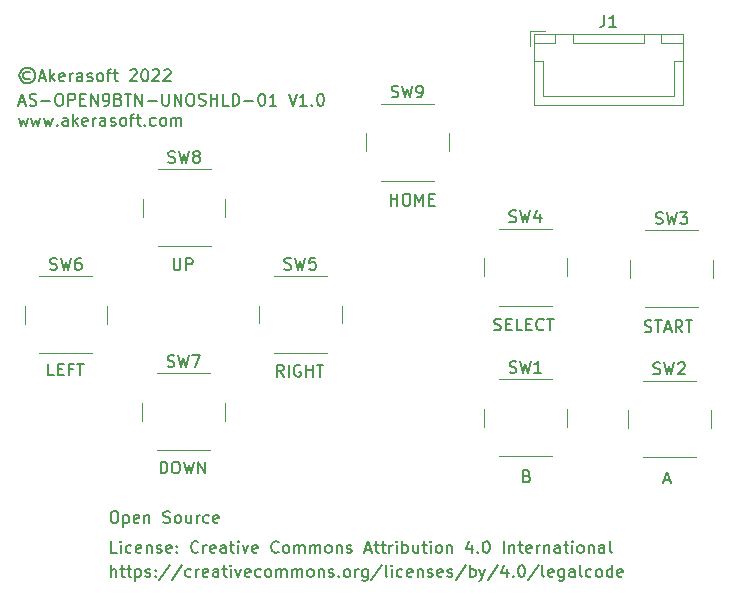
<source format=gbr>
%TF.GenerationSoftware,KiCad,Pcbnew,(6.0.6)*%
%TF.CreationDate,2022-11-26T23:59:24-08:00*%
%TF.ProjectId,AS-OPEN9BTN-UNOSHLD-01,41532d4f-5045-44e3-9942-544e2d554e4f,rev?*%
%TF.SameCoordinates,Original*%
%TF.FileFunction,Legend,Top*%
%TF.FilePolarity,Positive*%
%FSLAX46Y46*%
G04 Gerber Fmt 4.6, Leading zero omitted, Abs format (unit mm)*
G04 Created by KiCad (PCBNEW (6.0.6)) date 2022-11-26 23:59:24*
%MOMM*%
%LPD*%
G01*
G04 APERTURE LIST*
%ADD10C,0.150000*%
%ADD11C,0.120000*%
G04 APERTURE END LIST*
D10*
X71166266Y-81478380D02*
X71166266Y-80478380D01*
X71166266Y-80954571D02*
X71737695Y-80954571D01*
X71737695Y-81478380D02*
X71737695Y-80478380D01*
X72404361Y-80478380D02*
X72594838Y-80478380D01*
X72690076Y-80526000D01*
X72785314Y-80621238D01*
X72832933Y-80811714D01*
X72832933Y-81145047D01*
X72785314Y-81335523D01*
X72690076Y-81430761D01*
X72594838Y-81478380D01*
X72404361Y-81478380D01*
X72309123Y-81430761D01*
X72213885Y-81335523D01*
X72166266Y-81145047D01*
X72166266Y-80811714D01*
X72213885Y-80621238D01*
X72309123Y-80526000D01*
X72404361Y-80478380D01*
X73261504Y-81478380D02*
X73261504Y-80478380D01*
X73594838Y-81192666D01*
X73928171Y-80478380D01*
X73928171Y-81478380D01*
X74404361Y-80954571D02*
X74737695Y-80954571D01*
X74880552Y-81478380D02*
X74404361Y-81478380D01*
X74404361Y-80478380D01*
X74880552Y-80478380D01*
X92664209Y-92149561D02*
X92807066Y-92197180D01*
X93045161Y-92197180D01*
X93140400Y-92149561D01*
X93188019Y-92101942D01*
X93235638Y-92006704D01*
X93235638Y-91911466D01*
X93188019Y-91816228D01*
X93140400Y-91768609D01*
X93045161Y-91720990D01*
X92854685Y-91673371D01*
X92759447Y-91625752D01*
X92711828Y-91578133D01*
X92664209Y-91482895D01*
X92664209Y-91387657D01*
X92711828Y-91292419D01*
X92759447Y-91244800D01*
X92854685Y-91197180D01*
X93092780Y-91197180D01*
X93235638Y-91244800D01*
X93521352Y-91197180D02*
X94092780Y-91197180D01*
X93807066Y-92197180D02*
X93807066Y-91197180D01*
X94378495Y-91911466D02*
X94854685Y-91911466D01*
X94283257Y-92197180D02*
X94616590Y-91197180D01*
X94949923Y-92197180D01*
X95854685Y-92197180D02*
X95521352Y-91720990D01*
X95283257Y-92197180D02*
X95283257Y-91197180D01*
X95664209Y-91197180D01*
X95759447Y-91244800D01*
X95807066Y-91292419D01*
X95854685Y-91387657D01*
X95854685Y-91530514D01*
X95807066Y-91625752D01*
X95759447Y-91673371D01*
X95664209Y-91720990D01*
X95283257Y-91720990D01*
X96140400Y-91197180D02*
X96711828Y-91197180D01*
X96426114Y-92197180D02*
X96426114Y-91197180D01*
X79921409Y-91997161D02*
X80064266Y-92044780D01*
X80302361Y-92044780D01*
X80397600Y-91997161D01*
X80445219Y-91949542D01*
X80492838Y-91854304D01*
X80492838Y-91759066D01*
X80445219Y-91663828D01*
X80397600Y-91616209D01*
X80302361Y-91568590D01*
X80111885Y-91520971D01*
X80016647Y-91473352D01*
X79969028Y-91425733D01*
X79921409Y-91330495D01*
X79921409Y-91235257D01*
X79969028Y-91140019D01*
X80016647Y-91092400D01*
X80111885Y-91044780D01*
X80349980Y-91044780D01*
X80492838Y-91092400D01*
X80921409Y-91520971D02*
X81254742Y-91520971D01*
X81397600Y-92044780D02*
X80921409Y-92044780D01*
X80921409Y-91044780D01*
X81397600Y-91044780D01*
X82302361Y-92044780D02*
X81826171Y-92044780D01*
X81826171Y-91044780D01*
X82635695Y-91520971D02*
X82969028Y-91520971D01*
X83111885Y-92044780D02*
X82635695Y-92044780D01*
X82635695Y-91044780D01*
X83111885Y-91044780D01*
X84111885Y-91949542D02*
X84064266Y-91997161D01*
X83921409Y-92044780D01*
X83826171Y-92044780D01*
X83683314Y-91997161D01*
X83588076Y-91901923D01*
X83540457Y-91806685D01*
X83492838Y-91616209D01*
X83492838Y-91473352D01*
X83540457Y-91282876D01*
X83588076Y-91187638D01*
X83683314Y-91092400D01*
X83826171Y-91044780D01*
X83921409Y-91044780D01*
X84064266Y-91092400D01*
X84111885Y-91140019D01*
X84397600Y-91044780D02*
X84969028Y-91044780D01*
X84683314Y-92044780D02*
X84683314Y-91044780D01*
X94351504Y-104713066D02*
X94827695Y-104713066D01*
X94256266Y-104998780D02*
X94589600Y-103998780D01*
X94922933Y-104998780D01*
X82697628Y-104373371D02*
X82840485Y-104420990D01*
X82888104Y-104468609D01*
X82935723Y-104563847D01*
X82935723Y-104706704D01*
X82888104Y-104801942D01*
X82840485Y-104849561D01*
X82745247Y-104897180D01*
X82364295Y-104897180D01*
X82364295Y-103897180D01*
X82697628Y-103897180D01*
X82792866Y-103944800D01*
X82840485Y-103992419D01*
X82888104Y-104087657D01*
X82888104Y-104182895D01*
X82840485Y-104278133D01*
X82792866Y-104325752D01*
X82697628Y-104373371D01*
X82364295Y-104373371D01*
X42659419Y-95854780D02*
X42183228Y-95854780D01*
X42183228Y-94854780D01*
X42992752Y-95330971D02*
X43326085Y-95330971D01*
X43468942Y-95854780D02*
X42992752Y-95854780D01*
X42992752Y-94854780D01*
X43468942Y-94854780D01*
X44230847Y-95330971D02*
X43897514Y-95330971D01*
X43897514Y-95854780D02*
X43897514Y-94854780D01*
X44373704Y-94854780D01*
X44611800Y-94854780D02*
X45183228Y-94854780D01*
X44897514Y-95854780D02*
X44897514Y-94854780D01*
X51687647Y-104160580D02*
X51687647Y-103160580D01*
X51925742Y-103160580D01*
X52068600Y-103208200D01*
X52163838Y-103303438D01*
X52211457Y-103398676D01*
X52259076Y-103589152D01*
X52259076Y-103732009D01*
X52211457Y-103922485D01*
X52163838Y-104017723D01*
X52068600Y-104112961D01*
X51925742Y-104160580D01*
X51687647Y-104160580D01*
X52878123Y-103160580D02*
X53068600Y-103160580D01*
X53163838Y-103208200D01*
X53259076Y-103303438D01*
X53306695Y-103493914D01*
X53306695Y-103827247D01*
X53259076Y-104017723D01*
X53163838Y-104112961D01*
X53068600Y-104160580D01*
X52878123Y-104160580D01*
X52782885Y-104112961D01*
X52687647Y-104017723D01*
X52640028Y-103827247D01*
X52640028Y-103493914D01*
X52687647Y-103303438D01*
X52782885Y-103208200D01*
X52878123Y-103160580D01*
X53640028Y-103160580D02*
X53878123Y-104160580D01*
X54068600Y-103446295D01*
X54259076Y-104160580D01*
X54497171Y-103160580D01*
X54878123Y-104160580D02*
X54878123Y-103160580D01*
X55449552Y-104160580D01*
X55449552Y-103160580D01*
X62090466Y-95956380D02*
X61757133Y-95480190D01*
X61519038Y-95956380D02*
X61519038Y-94956380D01*
X61899990Y-94956380D01*
X61995228Y-95004000D01*
X62042847Y-95051619D01*
X62090466Y-95146857D01*
X62090466Y-95289714D01*
X62042847Y-95384952D01*
X61995228Y-95432571D01*
X61899990Y-95480190D01*
X61519038Y-95480190D01*
X62519038Y-95956380D02*
X62519038Y-94956380D01*
X63519038Y-95004000D02*
X63423800Y-94956380D01*
X63280942Y-94956380D01*
X63138085Y-95004000D01*
X63042847Y-95099238D01*
X62995228Y-95194476D01*
X62947609Y-95384952D01*
X62947609Y-95527809D01*
X62995228Y-95718285D01*
X63042847Y-95813523D01*
X63138085Y-95908761D01*
X63280942Y-95956380D01*
X63376180Y-95956380D01*
X63519038Y-95908761D01*
X63566657Y-95861142D01*
X63566657Y-95527809D01*
X63376180Y-95527809D01*
X63995228Y-95956380D02*
X63995228Y-94956380D01*
X63995228Y-95432571D02*
X64566657Y-95432571D01*
X64566657Y-95956380D02*
X64566657Y-94956380D01*
X64899990Y-94956380D02*
X65471419Y-94956380D01*
X65185704Y-95956380D02*
X65185704Y-94956380D01*
X52782885Y-85939380D02*
X52782885Y-86748904D01*
X52830504Y-86844142D01*
X52878123Y-86891761D01*
X52973361Y-86939380D01*
X53163838Y-86939380D01*
X53259076Y-86891761D01*
X53306695Y-86844142D01*
X53354314Y-86748904D01*
X53354314Y-85939380D01*
X53830504Y-86939380D02*
X53830504Y-85939380D01*
X54211457Y-85939380D01*
X54306695Y-85987000D01*
X54354314Y-86034619D01*
X54401933Y-86129857D01*
X54401933Y-86272714D01*
X54354314Y-86367952D01*
X54306695Y-86415571D01*
X54211457Y-86463190D01*
X53830504Y-86463190D01*
X39680428Y-74055314D02*
X39870904Y-74721980D01*
X40061380Y-74245790D01*
X40251857Y-74721980D01*
X40442333Y-74055314D01*
X40728047Y-74055314D02*
X40918523Y-74721980D01*
X41109000Y-74245790D01*
X41299476Y-74721980D01*
X41489952Y-74055314D01*
X41775666Y-74055314D02*
X41966142Y-74721980D01*
X42156619Y-74245790D01*
X42347095Y-74721980D01*
X42537571Y-74055314D01*
X42918523Y-74626742D02*
X42966142Y-74674361D01*
X42918523Y-74721980D01*
X42870904Y-74674361D01*
X42918523Y-74626742D01*
X42918523Y-74721980D01*
X43823285Y-74721980D02*
X43823285Y-74198171D01*
X43775666Y-74102933D01*
X43680428Y-74055314D01*
X43489952Y-74055314D01*
X43394714Y-74102933D01*
X43823285Y-74674361D02*
X43728047Y-74721980D01*
X43489952Y-74721980D01*
X43394714Y-74674361D01*
X43347095Y-74579123D01*
X43347095Y-74483885D01*
X43394714Y-74388647D01*
X43489952Y-74341028D01*
X43728047Y-74341028D01*
X43823285Y-74293409D01*
X44299476Y-74721980D02*
X44299476Y-73721980D01*
X44394714Y-74341028D02*
X44680428Y-74721980D01*
X44680428Y-74055314D02*
X44299476Y-74436266D01*
X45489952Y-74674361D02*
X45394714Y-74721980D01*
X45204238Y-74721980D01*
X45109000Y-74674361D01*
X45061380Y-74579123D01*
X45061380Y-74198171D01*
X45109000Y-74102933D01*
X45204238Y-74055314D01*
X45394714Y-74055314D01*
X45489952Y-74102933D01*
X45537571Y-74198171D01*
X45537571Y-74293409D01*
X45061380Y-74388647D01*
X45966142Y-74721980D02*
X45966142Y-74055314D01*
X45966142Y-74245790D02*
X46013761Y-74150552D01*
X46061380Y-74102933D01*
X46156619Y-74055314D01*
X46251857Y-74055314D01*
X47013761Y-74721980D02*
X47013761Y-74198171D01*
X46966142Y-74102933D01*
X46870904Y-74055314D01*
X46680428Y-74055314D01*
X46585190Y-74102933D01*
X47013761Y-74674361D02*
X46918523Y-74721980D01*
X46680428Y-74721980D01*
X46585190Y-74674361D01*
X46537571Y-74579123D01*
X46537571Y-74483885D01*
X46585190Y-74388647D01*
X46680428Y-74341028D01*
X46918523Y-74341028D01*
X47013761Y-74293409D01*
X47442333Y-74674361D02*
X47537571Y-74721980D01*
X47728047Y-74721980D01*
X47823285Y-74674361D01*
X47870904Y-74579123D01*
X47870904Y-74531504D01*
X47823285Y-74436266D01*
X47728047Y-74388647D01*
X47585190Y-74388647D01*
X47489952Y-74341028D01*
X47442333Y-74245790D01*
X47442333Y-74198171D01*
X47489952Y-74102933D01*
X47585190Y-74055314D01*
X47728047Y-74055314D01*
X47823285Y-74102933D01*
X48442333Y-74721980D02*
X48347095Y-74674361D01*
X48299476Y-74626742D01*
X48251857Y-74531504D01*
X48251857Y-74245790D01*
X48299476Y-74150552D01*
X48347095Y-74102933D01*
X48442333Y-74055314D01*
X48585190Y-74055314D01*
X48680428Y-74102933D01*
X48728047Y-74150552D01*
X48775666Y-74245790D01*
X48775666Y-74531504D01*
X48728047Y-74626742D01*
X48680428Y-74674361D01*
X48585190Y-74721980D01*
X48442333Y-74721980D01*
X49061380Y-74055314D02*
X49442333Y-74055314D01*
X49204238Y-74721980D02*
X49204238Y-73864838D01*
X49251857Y-73769600D01*
X49347095Y-73721980D01*
X49442333Y-73721980D01*
X49632809Y-74055314D02*
X50013761Y-74055314D01*
X49775666Y-73721980D02*
X49775666Y-74579123D01*
X49823285Y-74674361D01*
X49918523Y-74721980D01*
X50013761Y-74721980D01*
X50347095Y-74626742D02*
X50394714Y-74674361D01*
X50347095Y-74721980D01*
X50299476Y-74674361D01*
X50347095Y-74626742D01*
X50347095Y-74721980D01*
X51251857Y-74674361D02*
X51156619Y-74721980D01*
X50966142Y-74721980D01*
X50870904Y-74674361D01*
X50823285Y-74626742D01*
X50775666Y-74531504D01*
X50775666Y-74245790D01*
X50823285Y-74150552D01*
X50870904Y-74102933D01*
X50966142Y-74055314D01*
X51156619Y-74055314D01*
X51251857Y-74102933D01*
X51823285Y-74721980D02*
X51728047Y-74674361D01*
X51680428Y-74626742D01*
X51632809Y-74531504D01*
X51632809Y-74245790D01*
X51680428Y-74150552D01*
X51728047Y-74102933D01*
X51823285Y-74055314D01*
X51966142Y-74055314D01*
X52061380Y-74102933D01*
X52108999Y-74150552D01*
X52156619Y-74245790D01*
X52156619Y-74531504D01*
X52108999Y-74626742D01*
X52061380Y-74674361D01*
X51966142Y-74721980D01*
X51823285Y-74721980D01*
X52585190Y-74721980D02*
X52585190Y-74055314D01*
X52585190Y-74150552D02*
X52632809Y-74102933D01*
X52728047Y-74055314D01*
X52870904Y-74055314D01*
X52966142Y-74102933D01*
X53013761Y-74198171D01*
X53013761Y-74721980D01*
X53013761Y-74198171D02*
X53061380Y-74102933D01*
X53156619Y-74055314D01*
X53299476Y-74055314D01*
X53394714Y-74102933D01*
X53442333Y-74198171D01*
X53442333Y-74721980D01*
X47487942Y-112923580D02*
X47487942Y-111923580D01*
X47916514Y-112923580D02*
X47916514Y-112399771D01*
X47868895Y-112304533D01*
X47773657Y-112256914D01*
X47630800Y-112256914D01*
X47535561Y-112304533D01*
X47487942Y-112352152D01*
X48249847Y-112256914D02*
X48630800Y-112256914D01*
X48392704Y-111923580D02*
X48392704Y-112780723D01*
X48440323Y-112875961D01*
X48535561Y-112923580D01*
X48630800Y-112923580D01*
X48821276Y-112256914D02*
X49202228Y-112256914D01*
X48964133Y-111923580D02*
X48964133Y-112780723D01*
X49011752Y-112875961D01*
X49106990Y-112923580D01*
X49202228Y-112923580D01*
X49535561Y-112256914D02*
X49535561Y-113256914D01*
X49535561Y-112304533D02*
X49630800Y-112256914D01*
X49821276Y-112256914D01*
X49916514Y-112304533D01*
X49964133Y-112352152D01*
X50011752Y-112447390D01*
X50011752Y-112733104D01*
X49964133Y-112828342D01*
X49916514Y-112875961D01*
X49821276Y-112923580D01*
X49630800Y-112923580D01*
X49535561Y-112875961D01*
X50392704Y-112875961D02*
X50487942Y-112923580D01*
X50678419Y-112923580D01*
X50773657Y-112875961D01*
X50821276Y-112780723D01*
X50821276Y-112733104D01*
X50773657Y-112637866D01*
X50678419Y-112590247D01*
X50535561Y-112590247D01*
X50440323Y-112542628D01*
X50392704Y-112447390D01*
X50392704Y-112399771D01*
X50440323Y-112304533D01*
X50535561Y-112256914D01*
X50678419Y-112256914D01*
X50773657Y-112304533D01*
X51249847Y-112828342D02*
X51297466Y-112875961D01*
X51249847Y-112923580D01*
X51202228Y-112875961D01*
X51249847Y-112828342D01*
X51249847Y-112923580D01*
X51249847Y-112304533D02*
X51297466Y-112352152D01*
X51249847Y-112399771D01*
X51202228Y-112352152D01*
X51249847Y-112304533D01*
X51249847Y-112399771D01*
X52440323Y-111875961D02*
X51583180Y-113161676D01*
X53487942Y-111875961D02*
X52630800Y-113161676D01*
X54249847Y-112875961D02*
X54154609Y-112923580D01*
X53964133Y-112923580D01*
X53868895Y-112875961D01*
X53821276Y-112828342D01*
X53773657Y-112733104D01*
X53773657Y-112447390D01*
X53821276Y-112352152D01*
X53868895Y-112304533D01*
X53964133Y-112256914D01*
X54154609Y-112256914D01*
X54249847Y-112304533D01*
X54678419Y-112923580D02*
X54678419Y-112256914D01*
X54678419Y-112447390D02*
X54726038Y-112352152D01*
X54773657Y-112304533D01*
X54868895Y-112256914D01*
X54964133Y-112256914D01*
X55678419Y-112875961D02*
X55583180Y-112923580D01*
X55392704Y-112923580D01*
X55297466Y-112875961D01*
X55249847Y-112780723D01*
X55249847Y-112399771D01*
X55297466Y-112304533D01*
X55392704Y-112256914D01*
X55583180Y-112256914D01*
X55678419Y-112304533D01*
X55726038Y-112399771D01*
X55726038Y-112495009D01*
X55249847Y-112590247D01*
X56583180Y-112923580D02*
X56583180Y-112399771D01*
X56535561Y-112304533D01*
X56440323Y-112256914D01*
X56249847Y-112256914D01*
X56154609Y-112304533D01*
X56583180Y-112875961D02*
X56487942Y-112923580D01*
X56249847Y-112923580D01*
X56154609Y-112875961D01*
X56106990Y-112780723D01*
X56106990Y-112685485D01*
X56154609Y-112590247D01*
X56249847Y-112542628D01*
X56487942Y-112542628D01*
X56583180Y-112495009D01*
X56916514Y-112256914D02*
X57297466Y-112256914D01*
X57059371Y-111923580D02*
X57059371Y-112780723D01*
X57106990Y-112875961D01*
X57202228Y-112923580D01*
X57297466Y-112923580D01*
X57630800Y-112923580D02*
X57630800Y-112256914D01*
X57630800Y-111923580D02*
X57583180Y-111971200D01*
X57630800Y-112018819D01*
X57678419Y-111971200D01*
X57630800Y-111923580D01*
X57630800Y-112018819D01*
X58011752Y-112256914D02*
X58249847Y-112923580D01*
X58487942Y-112256914D01*
X59249847Y-112875961D02*
X59154609Y-112923580D01*
X58964133Y-112923580D01*
X58868895Y-112875961D01*
X58821276Y-112780723D01*
X58821276Y-112399771D01*
X58868895Y-112304533D01*
X58964133Y-112256914D01*
X59154609Y-112256914D01*
X59249847Y-112304533D01*
X59297466Y-112399771D01*
X59297466Y-112495009D01*
X58821276Y-112590247D01*
X60154609Y-112875961D02*
X60059371Y-112923580D01*
X59868895Y-112923580D01*
X59773657Y-112875961D01*
X59726038Y-112828342D01*
X59678419Y-112733104D01*
X59678419Y-112447390D01*
X59726038Y-112352152D01*
X59773657Y-112304533D01*
X59868895Y-112256914D01*
X60059371Y-112256914D01*
X60154609Y-112304533D01*
X60726038Y-112923580D02*
X60630800Y-112875961D01*
X60583180Y-112828342D01*
X60535561Y-112733104D01*
X60535561Y-112447390D01*
X60583180Y-112352152D01*
X60630800Y-112304533D01*
X60726038Y-112256914D01*
X60868895Y-112256914D01*
X60964133Y-112304533D01*
X61011752Y-112352152D01*
X61059371Y-112447390D01*
X61059371Y-112733104D01*
X61011752Y-112828342D01*
X60964133Y-112875961D01*
X60868895Y-112923580D01*
X60726038Y-112923580D01*
X61487942Y-112923580D02*
X61487942Y-112256914D01*
X61487942Y-112352152D02*
X61535561Y-112304533D01*
X61630800Y-112256914D01*
X61773657Y-112256914D01*
X61868895Y-112304533D01*
X61916514Y-112399771D01*
X61916514Y-112923580D01*
X61916514Y-112399771D02*
X61964133Y-112304533D01*
X62059371Y-112256914D01*
X62202228Y-112256914D01*
X62297466Y-112304533D01*
X62345085Y-112399771D01*
X62345085Y-112923580D01*
X62821276Y-112923580D02*
X62821276Y-112256914D01*
X62821276Y-112352152D02*
X62868895Y-112304533D01*
X62964133Y-112256914D01*
X63106990Y-112256914D01*
X63202228Y-112304533D01*
X63249847Y-112399771D01*
X63249847Y-112923580D01*
X63249847Y-112399771D02*
X63297466Y-112304533D01*
X63392704Y-112256914D01*
X63535561Y-112256914D01*
X63630800Y-112304533D01*
X63678419Y-112399771D01*
X63678419Y-112923580D01*
X64297466Y-112923580D02*
X64202228Y-112875961D01*
X64154609Y-112828342D01*
X64106990Y-112733104D01*
X64106990Y-112447390D01*
X64154609Y-112352152D01*
X64202228Y-112304533D01*
X64297466Y-112256914D01*
X64440323Y-112256914D01*
X64535561Y-112304533D01*
X64583180Y-112352152D01*
X64630800Y-112447390D01*
X64630800Y-112733104D01*
X64583180Y-112828342D01*
X64535561Y-112875961D01*
X64440323Y-112923580D01*
X64297466Y-112923580D01*
X65059371Y-112256914D02*
X65059371Y-112923580D01*
X65059371Y-112352152D02*
X65106990Y-112304533D01*
X65202228Y-112256914D01*
X65345085Y-112256914D01*
X65440323Y-112304533D01*
X65487942Y-112399771D01*
X65487942Y-112923580D01*
X65916514Y-112875961D02*
X66011752Y-112923580D01*
X66202228Y-112923580D01*
X66297466Y-112875961D01*
X66345085Y-112780723D01*
X66345085Y-112733104D01*
X66297466Y-112637866D01*
X66202228Y-112590247D01*
X66059371Y-112590247D01*
X65964133Y-112542628D01*
X65916514Y-112447390D01*
X65916514Y-112399771D01*
X65964133Y-112304533D01*
X66059371Y-112256914D01*
X66202228Y-112256914D01*
X66297466Y-112304533D01*
X66773657Y-112828342D02*
X66821276Y-112875961D01*
X66773657Y-112923580D01*
X66726038Y-112875961D01*
X66773657Y-112828342D01*
X66773657Y-112923580D01*
X67392704Y-112923580D02*
X67297466Y-112875961D01*
X67249847Y-112828342D01*
X67202228Y-112733104D01*
X67202228Y-112447390D01*
X67249847Y-112352152D01*
X67297466Y-112304533D01*
X67392704Y-112256914D01*
X67535561Y-112256914D01*
X67630800Y-112304533D01*
X67678419Y-112352152D01*
X67726038Y-112447390D01*
X67726038Y-112733104D01*
X67678419Y-112828342D01*
X67630800Y-112875961D01*
X67535561Y-112923580D01*
X67392704Y-112923580D01*
X68154609Y-112923580D02*
X68154609Y-112256914D01*
X68154609Y-112447390D02*
X68202228Y-112352152D01*
X68249847Y-112304533D01*
X68345085Y-112256914D01*
X68440323Y-112256914D01*
X69202228Y-112256914D02*
X69202228Y-113066438D01*
X69154609Y-113161676D01*
X69106990Y-113209295D01*
X69011752Y-113256914D01*
X68868895Y-113256914D01*
X68773657Y-113209295D01*
X69202228Y-112875961D02*
X69106990Y-112923580D01*
X68916514Y-112923580D01*
X68821276Y-112875961D01*
X68773657Y-112828342D01*
X68726038Y-112733104D01*
X68726038Y-112447390D01*
X68773657Y-112352152D01*
X68821276Y-112304533D01*
X68916514Y-112256914D01*
X69106990Y-112256914D01*
X69202228Y-112304533D01*
X70392704Y-111875961D02*
X69535561Y-113161676D01*
X70868895Y-112923580D02*
X70773657Y-112875961D01*
X70726038Y-112780723D01*
X70726038Y-111923580D01*
X71249847Y-112923580D02*
X71249847Y-112256914D01*
X71249847Y-111923580D02*
X71202228Y-111971200D01*
X71249847Y-112018819D01*
X71297466Y-111971200D01*
X71249847Y-111923580D01*
X71249847Y-112018819D01*
X72154609Y-112875961D02*
X72059371Y-112923580D01*
X71868895Y-112923580D01*
X71773657Y-112875961D01*
X71726038Y-112828342D01*
X71678419Y-112733104D01*
X71678419Y-112447390D01*
X71726038Y-112352152D01*
X71773657Y-112304533D01*
X71868895Y-112256914D01*
X72059371Y-112256914D01*
X72154609Y-112304533D01*
X72964133Y-112875961D02*
X72868895Y-112923580D01*
X72678419Y-112923580D01*
X72583180Y-112875961D01*
X72535561Y-112780723D01*
X72535561Y-112399771D01*
X72583180Y-112304533D01*
X72678419Y-112256914D01*
X72868895Y-112256914D01*
X72964133Y-112304533D01*
X73011752Y-112399771D01*
X73011752Y-112495009D01*
X72535561Y-112590247D01*
X73440323Y-112256914D02*
X73440323Y-112923580D01*
X73440323Y-112352152D02*
X73487942Y-112304533D01*
X73583180Y-112256914D01*
X73726038Y-112256914D01*
X73821276Y-112304533D01*
X73868895Y-112399771D01*
X73868895Y-112923580D01*
X74297466Y-112875961D02*
X74392704Y-112923580D01*
X74583180Y-112923580D01*
X74678419Y-112875961D01*
X74726038Y-112780723D01*
X74726038Y-112733104D01*
X74678419Y-112637866D01*
X74583180Y-112590247D01*
X74440323Y-112590247D01*
X74345085Y-112542628D01*
X74297466Y-112447390D01*
X74297466Y-112399771D01*
X74345085Y-112304533D01*
X74440323Y-112256914D01*
X74583180Y-112256914D01*
X74678419Y-112304533D01*
X75535561Y-112875961D02*
X75440323Y-112923580D01*
X75249847Y-112923580D01*
X75154609Y-112875961D01*
X75106990Y-112780723D01*
X75106990Y-112399771D01*
X75154609Y-112304533D01*
X75249847Y-112256914D01*
X75440323Y-112256914D01*
X75535561Y-112304533D01*
X75583180Y-112399771D01*
X75583180Y-112495009D01*
X75106990Y-112590247D01*
X75964133Y-112875961D02*
X76059371Y-112923580D01*
X76249847Y-112923580D01*
X76345085Y-112875961D01*
X76392704Y-112780723D01*
X76392704Y-112733104D01*
X76345085Y-112637866D01*
X76249847Y-112590247D01*
X76106990Y-112590247D01*
X76011752Y-112542628D01*
X75964133Y-112447390D01*
X75964133Y-112399771D01*
X76011752Y-112304533D01*
X76106990Y-112256914D01*
X76249847Y-112256914D01*
X76345085Y-112304533D01*
X77535561Y-111875961D02*
X76678419Y-113161676D01*
X77868895Y-112923580D02*
X77868895Y-111923580D01*
X77868895Y-112304533D02*
X77964133Y-112256914D01*
X78154609Y-112256914D01*
X78249847Y-112304533D01*
X78297466Y-112352152D01*
X78345085Y-112447390D01*
X78345085Y-112733104D01*
X78297466Y-112828342D01*
X78249847Y-112875961D01*
X78154609Y-112923580D01*
X77964133Y-112923580D01*
X77868895Y-112875961D01*
X78678419Y-112256914D02*
X78916514Y-112923580D01*
X79154609Y-112256914D02*
X78916514Y-112923580D01*
X78821276Y-113161676D01*
X78773657Y-113209295D01*
X78678419Y-113256914D01*
X80249847Y-111875961D02*
X79392704Y-113161676D01*
X81011752Y-112256914D02*
X81011752Y-112923580D01*
X80773657Y-111875961D02*
X80535561Y-112590247D01*
X81154609Y-112590247D01*
X81535561Y-112828342D02*
X81583180Y-112875961D01*
X81535561Y-112923580D01*
X81487942Y-112875961D01*
X81535561Y-112828342D01*
X81535561Y-112923580D01*
X82202228Y-111923580D02*
X82297466Y-111923580D01*
X82392704Y-111971200D01*
X82440323Y-112018819D01*
X82487942Y-112114057D01*
X82535561Y-112304533D01*
X82535561Y-112542628D01*
X82487942Y-112733104D01*
X82440323Y-112828342D01*
X82392704Y-112875961D01*
X82297466Y-112923580D01*
X82202228Y-112923580D01*
X82106990Y-112875961D01*
X82059371Y-112828342D01*
X82011752Y-112733104D01*
X81964133Y-112542628D01*
X81964133Y-112304533D01*
X82011752Y-112114057D01*
X82059371Y-112018819D01*
X82106990Y-111971200D01*
X82202228Y-111923580D01*
X83678419Y-111875961D02*
X82821276Y-113161676D01*
X84154609Y-112923580D02*
X84059371Y-112875961D01*
X84011752Y-112780723D01*
X84011752Y-111923580D01*
X84916514Y-112875961D02*
X84821276Y-112923580D01*
X84630800Y-112923580D01*
X84535561Y-112875961D01*
X84487942Y-112780723D01*
X84487942Y-112399771D01*
X84535561Y-112304533D01*
X84630800Y-112256914D01*
X84821276Y-112256914D01*
X84916514Y-112304533D01*
X84964133Y-112399771D01*
X84964133Y-112495009D01*
X84487942Y-112590247D01*
X85821276Y-112256914D02*
X85821276Y-113066438D01*
X85773657Y-113161676D01*
X85726038Y-113209295D01*
X85630800Y-113256914D01*
X85487942Y-113256914D01*
X85392704Y-113209295D01*
X85821276Y-112875961D02*
X85726038Y-112923580D01*
X85535561Y-112923580D01*
X85440323Y-112875961D01*
X85392704Y-112828342D01*
X85345085Y-112733104D01*
X85345085Y-112447390D01*
X85392704Y-112352152D01*
X85440323Y-112304533D01*
X85535561Y-112256914D01*
X85726038Y-112256914D01*
X85821276Y-112304533D01*
X86726038Y-112923580D02*
X86726038Y-112399771D01*
X86678419Y-112304533D01*
X86583180Y-112256914D01*
X86392704Y-112256914D01*
X86297466Y-112304533D01*
X86726038Y-112875961D02*
X86630800Y-112923580D01*
X86392704Y-112923580D01*
X86297466Y-112875961D01*
X86249847Y-112780723D01*
X86249847Y-112685485D01*
X86297466Y-112590247D01*
X86392704Y-112542628D01*
X86630800Y-112542628D01*
X86726038Y-112495009D01*
X87345085Y-112923580D02*
X87249847Y-112875961D01*
X87202228Y-112780723D01*
X87202228Y-111923580D01*
X88154609Y-112875961D02*
X88059371Y-112923580D01*
X87868895Y-112923580D01*
X87773657Y-112875961D01*
X87726038Y-112828342D01*
X87678419Y-112733104D01*
X87678419Y-112447390D01*
X87726038Y-112352152D01*
X87773657Y-112304533D01*
X87868895Y-112256914D01*
X88059371Y-112256914D01*
X88154609Y-112304533D01*
X88726038Y-112923580D02*
X88630800Y-112875961D01*
X88583180Y-112828342D01*
X88535561Y-112733104D01*
X88535561Y-112447390D01*
X88583180Y-112352152D01*
X88630800Y-112304533D01*
X88726038Y-112256914D01*
X88868895Y-112256914D01*
X88964133Y-112304533D01*
X89011752Y-112352152D01*
X89059371Y-112447390D01*
X89059371Y-112733104D01*
X89011752Y-112828342D01*
X88964133Y-112875961D01*
X88868895Y-112923580D01*
X88726038Y-112923580D01*
X89916514Y-112923580D02*
X89916514Y-111923580D01*
X89916514Y-112875961D02*
X89821276Y-112923580D01*
X89630800Y-112923580D01*
X89535561Y-112875961D01*
X89487942Y-112828342D01*
X89440323Y-112733104D01*
X89440323Y-112447390D01*
X89487942Y-112352152D01*
X89535561Y-112304533D01*
X89630800Y-112256914D01*
X89821276Y-112256914D01*
X89916514Y-112304533D01*
X90773657Y-112875961D02*
X90678419Y-112923580D01*
X90487942Y-112923580D01*
X90392704Y-112875961D01*
X90345085Y-112780723D01*
X90345085Y-112399771D01*
X90392704Y-112304533D01*
X90487942Y-112256914D01*
X90678419Y-112256914D01*
X90773657Y-112304533D01*
X90821276Y-112399771D01*
X90821276Y-112495009D01*
X90345085Y-112590247D01*
X47964133Y-110891580D02*
X47487942Y-110891580D01*
X47487942Y-109891580D01*
X48297466Y-110891580D02*
X48297466Y-110224914D01*
X48297466Y-109891580D02*
X48249847Y-109939200D01*
X48297466Y-109986819D01*
X48345085Y-109939200D01*
X48297466Y-109891580D01*
X48297466Y-109986819D01*
X49202228Y-110843961D02*
X49106990Y-110891580D01*
X48916514Y-110891580D01*
X48821276Y-110843961D01*
X48773657Y-110796342D01*
X48726038Y-110701104D01*
X48726038Y-110415390D01*
X48773657Y-110320152D01*
X48821276Y-110272533D01*
X48916514Y-110224914D01*
X49106990Y-110224914D01*
X49202228Y-110272533D01*
X50011752Y-110843961D02*
X49916514Y-110891580D01*
X49726038Y-110891580D01*
X49630800Y-110843961D01*
X49583180Y-110748723D01*
X49583180Y-110367771D01*
X49630800Y-110272533D01*
X49726038Y-110224914D01*
X49916514Y-110224914D01*
X50011752Y-110272533D01*
X50059371Y-110367771D01*
X50059371Y-110463009D01*
X49583180Y-110558247D01*
X50487942Y-110224914D02*
X50487942Y-110891580D01*
X50487942Y-110320152D02*
X50535561Y-110272533D01*
X50630800Y-110224914D01*
X50773657Y-110224914D01*
X50868895Y-110272533D01*
X50916514Y-110367771D01*
X50916514Y-110891580D01*
X51345085Y-110843961D02*
X51440323Y-110891580D01*
X51630800Y-110891580D01*
X51726038Y-110843961D01*
X51773657Y-110748723D01*
X51773657Y-110701104D01*
X51726038Y-110605866D01*
X51630800Y-110558247D01*
X51487942Y-110558247D01*
X51392704Y-110510628D01*
X51345085Y-110415390D01*
X51345085Y-110367771D01*
X51392704Y-110272533D01*
X51487942Y-110224914D01*
X51630800Y-110224914D01*
X51726038Y-110272533D01*
X52583180Y-110843961D02*
X52487942Y-110891580D01*
X52297466Y-110891580D01*
X52202228Y-110843961D01*
X52154609Y-110748723D01*
X52154609Y-110367771D01*
X52202228Y-110272533D01*
X52297466Y-110224914D01*
X52487942Y-110224914D01*
X52583180Y-110272533D01*
X52630800Y-110367771D01*
X52630800Y-110463009D01*
X52154609Y-110558247D01*
X53059371Y-110796342D02*
X53106990Y-110843961D01*
X53059371Y-110891580D01*
X53011752Y-110843961D01*
X53059371Y-110796342D01*
X53059371Y-110891580D01*
X53059371Y-110272533D02*
X53106990Y-110320152D01*
X53059371Y-110367771D01*
X53011752Y-110320152D01*
X53059371Y-110272533D01*
X53059371Y-110367771D01*
X54868895Y-110796342D02*
X54821276Y-110843961D01*
X54678419Y-110891580D01*
X54583180Y-110891580D01*
X54440323Y-110843961D01*
X54345085Y-110748723D01*
X54297466Y-110653485D01*
X54249847Y-110463009D01*
X54249847Y-110320152D01*
X54297466Y-110129676D01*
X54345085Y-110034438D01*
X54440323Y-109939200D01*
X54583180Y-109891580D01*
X54678419Y-109891580D01*
X54821276Y-109939200D01*
X54868895Y-109986819D01*
X55297466Y-110891580D02*
X55297466Y-110224914D01*
X55297466Y-110415390D02*
X55345085Y-110320152D01*
X55392704Y-110272533D01*
X55487942Y-110224914D01*
X55583180Y-110224914D01*
X56297466Y-110843961D02*
X56202228Y-110891580D01*
X56011752Y-110891580D01*
X55916514Y-110843961D01*
X55868895Y-110748723D01*
X55868895Y-110367771D01*
X55916514Y-110272533D01*
X56011752Y-110224914D01*
X56202228Y-110224914D01*
X56297466Y-110272533D01*
X56345085Y-110367771D01*
X56345085Y-110463009D01*
X55868895Y-110558247D01*
X57202228Y-110891580D02*
X57202228Y-110367771D01*
X57154609Y-110272533D01*
X57059371Y-110224914D01*
X56868895Y-110224914D01*
X56773657Y-110272533D01*
X57202228Y-110843961D02*
X57106990Y-110891580D01*
X56868895Y-110891580D01*
X56773657Y-110843961D01*
X56726038Y-110748723D01*
X56726038Y-110653485D01*
X56773657Y-110558247D01*
X56868895Y-110510628D01*
X57106990Y-110510628D01*
X57202228Y-110463009D01*
X57535561Y-110224914D02*
X57916514Y-110224914D01*
X57678419Y-109891580D02*
X57678419Y-110748723D01*
X57726038Y-110843961D01*
X57821276Y-110891580D01*
X57916514Y-110891580D01*
X58249847Y-110891580D02*
X58249847Y-110224914D01*
X58249847Y-109891580D02*
X58202228Y-109939200D01*
X58249847Y-109986819D01*
X58297466Y-109939200D01*
X58249847Y-109891580D01*
X58249847Y-109986819D01*
X58630800Y-110224914D02*
X58868895Y-110891580D01*
X59106990Y-110224914D01*
X59868895Y-110843961D02*
X59773657Y-110891580D01*
X59583180Y-110891580D01*
X59487942Y-110843961D01*
X59440323Y-110748723D01*
X59440323Y-110367771D01*
X59487942Y-110272533D01*
X59583180Y-110224914D01*
X59773657Y-110224914D01*
X59868895Y-110272533D01*
X59916514Y-110367771D01*
X59916514Y-110463009D01*
X59440323Y-110558247D01*
X61678419Y-110796342D02*
X61630800Y-110843961D01*
X61487942Y-110891580D01*
X61392704Y-110891580D01*
X61249847Y-110843961D01*
X61154609Y-110748723D01*
X61106990Y-110653485D01*
X61059371Y-110463009D01*
X61059371Y-110320152D01*
X61106990Y-110129676D01*
X61154609Y-110034438D01*
X61249847Y-109939200D01*
X61392704Y-109891580D01*
X61487942Y-109891580D01*
X61630800Y-109939200D01*
X61678419Y-109986819D01*
X62249847Y-110891580D02*
X62154609Y-110843961D01*
X62106990Y-110796342D01*
X62059371Y-110701104D01*
X62059371Y-110415390D01*
X62106990Y-110320152D01*
X62154609Y-110272533D01*
X62249847Y-110224914D01*
X62392704Y-110224914D01*
X62487942Y-110272533D01*
X62535561Y-110320152D01*
X62583180Y-110415390D01*
X62583180Y-110701104D01*
X62535561Y-110796342D01*
X62487942Y-110843961D01*
X62392704Y-110891580D01*
X62249847Y-110891580D01*
X63011752Y-110891580D02*
X63011752Y-110224914D01*
X63011752Y-110320152D02*
X63059371Y-110272533D01*
X63154609Y-110224914D01*
X63297466Y-110224914D01*
X63392704Y-110272533D01*
X63440323Y-110367771D01*
X63440323Y-110891580D01*
X63440323Y-110367771D02*
X63487942Y-110272533D01*
X63583180Y-110224914D01*
X63726038Y-110224914D01*
X63821276Y-110272533D01*
X63868895Y-110367771D01*
X63868895Y-110891580D01*
X64345085Y-110891580D02*
X64345085Y-110224914D01*
X64345085Y-110320152D02*
X64392704Y-110272533D01*
X64487942Y-110224914D01*
X64630800Y-110224914D01*
X64726038Y-110272533D01*
X64773657Y-110367771D01*
X64773657Y-110891580D01*
X64773657Y-110367771D02*
X64821276Y-110272533D01*
X64916514Y-110224914D01*
X65059371Y-110224914D01*
X65154609Y-110272533D01*
X65202228Y-110367771D01*
X65202228Y-110891580D01*
X65821276Y-110891580D02*
X65726038Y-110843961D01*
X65678419Y-110796342D01*
X65630800Y-110701104D01*
X65630800Y-110415390D01*
X65678419Y-110320152D01*
X65726038Y-110272533D01*
X65821276Y-110224914D01*
X65964133Y-110224914D01*
X66059371Y-110272533D01*
X66106990Y-110320152D01*
X66154609Y-110415390D01*
X66154609Y-110701104D01*
X66106990Y-110796342D01*
X66059371Y-110843961D01*
X65964133Y-110891580D01*
X65821276Y-110891580D01*
X66583180Y-110224914D02*
X66583180Y-110891580D01*
X66583180Y-110320152D02*
X66630800Y-110272533D01*
X66726038Y-110224914D01*
X66868895Y-110224914D01*
X66964133Y-110272533D01*
X67011752Y-110367771D01*
X67011752Y-110891580D01*
X67440323Y-110843961D02*
X67535561Y-110891580D01*
X67726038Y-110891580D01*
X67821276Y-110843961D01*
X67868895Y-110748723D01*
X67868895Y-110701104D01*
X67821276Y-110605866D01*
X67726038Y-110558247D01*
X67583180Y-110558247D01*
X67487942Y-110510628D01*
X67440323Y-110415390D01*
X67440323Y-110367771D01*
X67487942Y-110272533D01*
X67583180Y-110224914D01*
X67726038Y-110224914D01*
X67821276Y-110272533D01*
X69011752Y-110605866D02*
X69487942Y-110605866D01*
X68916514Y-110891580D02*
X69249847Y-109891580D01*
X69583180Y-110891580D01*
X69773657Y-110224914D02*
X70154609Y-110224914D01*
X69916514Y-109891580D02*
X69916514Y-110748723D01*
X69964133Y-110843961D01*
X70059371Y-110891580D01*
X70154609Y-110891580D01*
X70345085Y-110224914D02*
X70726038Y-110224914D01*
X70487942Y-109891580D02*
X70487942Y-110748723D01*
X70535561Y-110843961D01*
X70630800Y-110891580D01*
X70726038Y-110891580D01*
X71059371Y-110891580D02*
X71059371Y-110224914D01*
X71059371Y-110415390D02*
X71106990Y-110320152D01*
X71154609Y-110272533D01*
X71249847Y-110224914D01*
X71345085Y-110224914D01*
X71678419Y-110891580D02*
X71678419Y-110224914D01*
X71678419Y-109891580D02*
X71630800Y-109939200D01*
X71678419Y-109986819D01*
X71726038Y-109939200D01*
X71678419Y-109891580D01*
X71678419Y-109986819D01*
X72154609Y-110891580D02*
X72154609Y-109891580D01*
X72154609Y-110272533D02*
X72249847Y-110224914D01*
X72440323Y-110224914D01*
X72535561Y-110272533D01*
X72583180Y-110320152D01*
X72630800Y-110415390D01*
X72630800Y-110701104D01*
X72583180Y-110796342D01*
X72535561Y-110843961D01*
X72440323Y-110891580D01*
X72249847Y-110891580D01*
X72154609Y-110843961D01*
X73487942Y-110224914D02*
X73487942Y-110891580D01*
X73059371Y-110224914D02*
X73059371Y-110748723D01*
X73106990Y-110843961D01*
X73202228Y-110891580D01*
X73345085Y-110891580D01*
X73440323Y-110843961D01*
X73487942Y-110796342D01*
X73821276Y-110224914D02*
X74202228Y-110224914D01*
X73964133Y-109891580D02*
X73964133Y-110748723D01*
X74011752Y-110843961D01*
X74106990Y-110891580D01*
X74202228Y-110891580D01*
X74535561Y-110891580D02*
X74535561Y-110224914D01*
X74535561Y-109891580D02*
X74487942Y-109939200D01*
X74535561Y-109986819D01*
X74583180Y-109939200D01*
X74535561Y-109891580D01*
X74535561Y-109986819D01*
X75154609Y-110891580D02*
X75059371Y-110843961D01*
X75011752Y-110796342D01*
X74964133Y-110701104D01*
X74964133Y-110415390D01*
X75011752Y-110320152D01*
X75059371Y-110272533D01*
X75154609Y-110224914D01*
X75297466Y-110224914D01*
X75392704Y-110272533D01*
X75440323Y-110320152D01*
X75487942Y-110415390D01*
X75487942Y-110701104D01*
X75440323Y-110796342D01*
X75392704Y-110843961D01*
X75297466Y-110891580D01*
X75154609Y-110891580D01*
X75916514Y-110224914D02*
X75916514Y-110891580D01*
X75916514Y-110320152D02*
X75964133Y-110272533D01*
X76059371Y-110224914D01*
X76202228Y-110224914D01*
X76297466Y-110272533D01*
X76345085Y-110367771D01*
X76345085Y-110891580D01*
X78011752Y-110224914D02*
X78011752Y-110891580D01*
X77773657Y-109843961D02*
X77535561Y-110558247D01*
X78154609Y-110558247D01*
X78535561Y-110796342D02*
X78583180Y-110843961D01*
X78535561Y-110891580D01*
X78487942Y-110843961D01*
X78535561Y-110796342D01*
X78535561Y-110891580D01*
X79202228Y-109891580D02*
X79297466Y-109891580D01*
X79392704Y-109939200D01*
X79440323Y-109986819D01*
X79487942Y-110082057D01*
X79535561Y-110272533D01*
X79535561Y-110510628D01*
X79487942Y-110701104D01*
X79440323Y-110796342D01*
X79392704Y-110843961D01*
X79297466Y-110891580D01*
X79202228Y-110891580D01*
X79106990Y-110843961D01*
X79059371Y-110796342D01*
X79011752Y-110701104D01*
X78964133Y-110510628D01*
X78964133Y-110272533D01*
X79011752Y-110082057D01*
X79059371Y-109986819D01*
X79106990Y-109939200D01*
X79202228Y-109891580D01*
X80726038Y-110891580D02*
X80726038Y-109891580D01*
X81202228Y-110224914D02*
X81202228Y-110891580D01*
X81202228Y-110320152D02*
X81249847Y-110272533D01*
X81345085Y-110224914D01*
X81487942Y-110224914D01*
X81583180Y-110272533D01*
X81630799Y-110367771D01*
X81630799Y-110891580D01*
X81964133Y-110224914D02*
X82345085Y-110224914D01*
X82106990Y-109891580D02*
X82106990Y-110748723D01*
X82154609Y-110843961D01*
X82249847Y-110891580D01*
X82345085Y-110891580D01*
X83059371Y-110843961D02*
X82964133Y-110891580D01*
X82773657Y-110891580D01*
X82678419Y-110843961D01*
X82630800Y-110748723D01*
X82630800Y-110367771D01*
X82678419Y-110272533D01*
X82773657Y-110224914D01*
X82964133Y-110224914D01*
X83059371Y-110272533D01*
X83106990Y-110367771D01*
X83106990Y-110463009D01*
X82630800Y-110558247D01*
X83535561Y-110891580D02*
X83535561Y-110224914D01*
X83535561Y-110415390D02*
X83583180Y-110320152D01*
X83630800Y-110272533D01*
X83726038Y-110224914D01*
X83821276Y-110224914D01*
X84154609Y-110224914D02*
X84154609Y-110891580D01*
X84154609Y-110320152D02*
X84202228Y-110272533D01*
X84297466Y-110224914D01*
X84440323Y-110224914D01*
X84535561Y-110272533D01*
X84583180Y-110367771D01*
X84583180Y-110891580D01*
X85487942Y-110891580D02*
X85487942Y-110367771D01*
X85440323Y-110272533D01*
X85345085Y-110224914D01*
X85154609Y-110224914D01*
X85059371Y-110272533D01*
X85487942Y-110843961D02*
X85392704Y-110891580D01*
X85154609Y-110891580D01*
X85059371Y-110843961D01*
X85011752Y-110748723D01*
X85011752Y-110653485D01*
X85059371Y-110558247D01*
X85154609Y-110510628D01*
X85392704Y-110510628D01*
X85487942Y-110463009D01*
X85821276Y-110224914D02*
X86202228Y-110224914D01*
X85964133Y-109891580D02*
X85964133Y-110748723D01*
X86011752Y-110843961D01*
X86106990Y-110891580D01*
X86202228Y-110891580D01*
X86535561Y-110891580D02*
X86535561Y-110224914D01*
X86535561Y-109891580D02*
X86487942Y-109939200D01*
X86535561Y-109986819D01*
X86583180Y-109939200D01*
X86535561Y-109891580D01*
X86535561Y-109986819D01*
X87154609Y-110891580D02*
X87059371Y-110843961D01*
X87011752Y-110796342D01*
X86964133Y-110701104D01*
X86964133Y-110415390D01*
X87011752Y-110320152D01*
X87059371Y-110272533D01*
X87154609Y-110224914D01*
X87297466Y-110224914D01*
X87392704Y-110272533D01*
X87440323Y-110320152D01*
X87487942Y-110415390D01*
X87487942Y-110701104D01*
X87440323Y-110796342D01*
X87392704Y-110843961D01*
X87297466Y-110891580D01*
X87154609Y-110891580D01*
X87916514Y-110224914D02*
X87916514Y-110891580D01*
X87916514Y-110320152D02*
X87964133Y-110272533D01*
X88059371Y-110224914D01*
X88202228Y-110224914D01*
X88297466Y-110272533D01*
X88345085Y-110367771D01*
X88345085Y-110891580D01*
X89249847Y-110891580D02*
X89249847Y-110367771D01*
X89202228Y-110272533D01*
X89106990Y-110224914D01*
X88916514Y-110224914D01*
X88821276Y-110272533D01*
X89249847Y-110843961D02*
X89154609Y-110891580D01*
X88916514Y-110891580D01*
X88821276Y-110843961D01*
X88773657Y-110748723D01*
X88773657Y-110653485D01*
X88821276Y-110558247D01*
X88916514Y-110510628D01*
X89154609Y-110510628D01*
X89249847Y-110463009D01*
X89868895Y-110891580D02*
X89773657Y-110843961D01*
X89726038Y-110748723D01*
X89726038Y-109891580D01*
X47678419Y-107351580D02*
X47868895Y-107351580D01*
X47964133Y-107399200D01*
X48059371Y-107494438D01*
X48106990Y-107684914D01*
X48106990Y-108018247D01*
X48059371Y-108208723D01*
X47964133Y-108303961D01*
X47868895Y-108351580D01*
X47678419Y-108351580D01*
X47583181Y-108303961D01*
X47487942Y-108208723D01*
X47440323Y-108018247D01*
X47440323Y-107684914D01*
X47487942Y-107494438D01*
X47583181Y-107399200D01*
X47678419Y-107351580D01*
X48535562Y-107684914D02*
X48535562Y-108684914D01*
X48535562Y-107732533D02*
X48630800Y-107684914D01*
X48821276Y-107684914D01*
X48916514Y-107732533D01*
X48964133Y-107780152D01*
X49011752Y-107875390D01*
X49011752Y-108161104D01*
X48964133Y-108256342D01*
X48916514Y-108303961D01*
X48821276Y-108351580D01*
X48630800Y-108351580D01*
X48535562Y-108303961D01*
X49821276Y-108303961D02*
X49726038Y-108351580D01*
X49535562Y-108351580D01*
X49440323Y-108303961D01*
X49392704Y-108208723D01*
X49392704Y-107827771D01*
X49440323Y-107732533D01*
X49535562Y-107684914D01*
X49726038Y-107684914D01*
X49821276Y-107732533D01*
X49868895Y-107827771D01*
X49868895Y-107923009D01*
X49392704Y-108018247D01*
X50297466Y-107684914D02*
X50297466Y-108351580D01*
X50297466Y-107780152D02*
X50345085Y-107732533D01*
X50440323Y-107684914D01*
X50583181Y-107684914D01*
X50678419Y-107732533D01*
X50726038Y-107827771D01*
X50726038Y-108351580D01*
X51916514Y-108303961D02*
X52059371Y-108351580D01*
X52297466Y-108351580D01*
X52392704Y-108303961D01*
X52440323Y-108256342D01*
X52487942Y-108161104D01*
X52487942Y-108065866D01*
X52440323Y-107970628D01*
X52392704Y-107923009D01*
X52297466Y-107875390D01*
X52106990Y-107827771D01*
X52011752Y-107780152D01*
X51964133Y-107732533D01*
X51916514Y-107637295D01*
X51916514Y-107542057D01*
X51964133Y-107446819D01*
X52011752Y-107399200D01*
X52106990Y-107351580D01*
X52345085Y-107351580D01*
X52487942Y-107399200D01*
X53059371Y-108351580D02*
X52964133Y-108303961D01*
X52916514Y-108256342D01*
X52868895Y-108161104D01*
X52868895Y-107875390D01*
X52916514Y-107780152D01*
X52964133Y-107732533D01*
X53059371Y-107684914D01*
X53202228Y-107684914D01*
X53297466Y-107732533D01*
X53345085Y-107780152D01*
X53392704Y-107875390D01*
X53392704Y-108161104D01*
X53345085Y-108256342D01*
X53297466Y-108303961D01*
X53202228Y-108351580D01*
X53059371Y-108351580D01*
X54249847Y-107684914D02*
X54249847Y-108351580D01*
X53821276Y-107684914D02*
X53821276Y-108208723D01*
X53868895Y-108303961D01*
X53964133Y-108351580D01*
X54106990Y-108351580D01*
X54202228Y-108303961D01*
X54249847Y-108256342D01*
X54726038Y-108351580D02*
X54726038Y-107684914D01*
X54726038Y-107875390D02*
X54773657Y-107780152D01*
X54821276Y-107732533D01*
X54916514Y-107684914D01*
X55011752Y-107684914D01*
X55773657Y-108303961D02*
X55678419Y-108351580D01*
X55487942Y-108351580D01*
X55392704Y-108303961D01*
X55345085Y-108256342D01*
X55297466Y-108161104D01*
X55297466Y-107875390D01*
X55345085Y-107780152D01*
X55392704Y-107732533D01*
X55487942Y-107684914D01*
X55678419Y-107684914D01*
X55773657Y-107732533D01*
X56583181Y-108303961D02*
X56487942Y-108351580D01*
X56297466Y-108351580D01*
X56202228Y-108303961D01*
X56154609Y-108208723D01*
X56154609Y-107827771D01*
X56202228Y-107732533D01*
X56297466Y-107684914D01*
X56487942Y-107684914D01*
X56583181Y-107732533D01*
X56630800Y-107827771D01*
X56630800Y-107923009D01*
X56154609Y-108018247D01*
X40585190Y-70175476D02*
X40489952Y-70127857D01*
X40299476Y-70127857D01*
X40204238Y-70175476D01*
X40109000Y-70270714D01*
X40061381Y-70365952D01*
X40061381Y-70556428D01*
X40109000Y-70651666D01*
X40204238Y-70746904D01*
X40299476Y-70794523D01*
X40489952Y-70794523D01*
X40585190Y-70746904D01*
X40394714Y-69794523D02*
X40156619Y-69842142D01*
X39918524Y-69985000D01*
X39775667Y-70223095D01*
X39728048Y-70461190D01*
X39775667Y-70699285D01*
X39918524Y-70937380D01*
X40156619Y-71080238D01*
X40394714Y-71127857D01*
X40632810Y-71080238D01*
X40870905Y-70937380D01*
X41013762Y-70699285D01*
X41061381Y-70461190D01*
X41013762Y-70223095D01*
X40870905Y-69985000D01*
X40632810Y-69842142D01*
X40394714Y-69794523D01*
X41442333Y-70651666D02*
X41918524Y-70651666D01*
X41347095Y-70937380D02*
X41680429Y-69937380D01*
X42013762Y-70937380D01*
X42347095Y-70937380D02*
X42347095Y-69937380D01*
X42442333Y-70556428D02*
X42728048Y-70937380D01*
X42728048Y-70270714D02*
X42347095Y-70651666D01*
X43537571Y-70889761D02*
X43442333Y-70937380D01*
X43251857Y-70937380D01*
X43156619Y-70889761D01*
X43109000Y-70794523D01*
X43109000Y-70413571D01*
X43156619Y-70318333D01*
X43251857Y-70270714D01*
X43442333Y-70270714D01*
X43537571Y-70318333D01*
X43585190Y-70413571D01*
X43585190Y-70508809D01*
X43109000Y-70604047D01*
X44013762Y-70937380D02*
X44013762Y-70270714D01*
X44013762Y-70461190D02*
X44061381Y-70365952D01*
X44109000Y-70318333D01*
X44204238Y-70270714D01*
X44299476Y-70270714D01*
X45061381Y-70937380D02*
X45061381Y-70413571D01*
X45013762Y-70318333D01*
X44918524Y-70270714D01*
X44728048Y-70270714D01*
X44632810Y-70318333D01*
X45061381Y-70889761D02*
X44966143Y-70937380D01*
X44728048Y-70937380D01*
X44632810Y-70889761D01*
X44585190Y-70794523D01*
X44585190Y-70699285D01*
X44632810Y-70604047D01*
X44728048Y-70556428D01*
X44966143Y-70556428D01*
X45061381Y-70508809D01*
X45489952Y-70889761D02*
X45585190Y-70937380D01*
X45775667Y-70937380D01*
X45870905Y-70889761D01*
X45918524Y-70794523D01*
X45918524Y-70746904D01*
X45870905Y-70651666D01*
X45775667Y-70604047D01*
X45632810Y-70604047D01*
X45537571Y-70556428D01*
X45489952Y-70461190D01*
X45489952Y-70413571D01*
X45537571Y-70318333D01*
X45632810Y-70270714D01*
X45775667Y-70270714D01*
X45870905Y-70318333D01*
X46489952Y-70937380D02*
X46394714Y-70889761D01*
X46347095Y-70842142D01*
X46299476Y-70746904D01*
X46299476Y-70461190D01*
X46347095Y-70365952D01*
X46394714Y-70318333D01*
X46489952Y-70270714D01*
X46632810Y-70270714D01*
X46728048Y-70318333D01*
X46775667Y-70365952D01*
X46823286Y-70461190D01*
X46823286Y-70746904D01*
X46775667Y-70842142D01*
X46728048Y-70889761D01*
X46632810Y-70937380D01*
X46489952Y-70937380D01*
X47109000Y-70270714D02*
X47489952Y-70270714D01*
X47251857Y-70937380D02*
X47251857Y-70080238D01*
X47299476Y-69985000D01*
X47394714Y-69937380D01*
X47489952Y-69937380D01*
X47680429Y-70270714D02*
X48061381Y-70270714D01*
X47823286Y-69937380D02*
X47823286Y-70794523D01*
X47870905Y-70889761D01*
X47966143Y-70937380D01*
X48061381Y-70937380D01*
X49109000Y-70032619D02*
X49156619Y-69985000D01*
X49251857Y-69937380D01*
X49489952Y-69937380D01*
X49585190Y-69985000D01*
X49632810Y-70032619D01*
X49680429Y-70127857D01*
X49680429Y-70223095D01*
X49632810Y-70365952D01*
X49061381Y-70937380D01*
X49680429Y-70937380D01*
X50299476Y-69937380D02*
X50394714Y-69937380D01*
X50489952Y-69985000D01*
X50537571Y-70032619D01*
X50585190Y-70127857D01*
X50632810Y-70318333D01*
X50632810Y-70556428D01*
X50585190Y-70746904D01*
X50537571Y-70842142D01*
X50489952Y-70889761D01*
X50394714Y-70937380D01*
X50299476Y-70937380D01*
X50204238Y-70889761D01*
X50156619Y-70842142D01*
X50109000Y-70746904D01*
X50061381Y-70556428D01*
X50061381Y-70318333D01*
X50109000Y-70127857D01*
X50156619Y-70032619D01*
X50204238Y-69985000D01*
X50299476Y-69937380D01*
X51013762Y-70032619D02*
X51061381Y-69985000D01*
X51156619Y-69937380D01*
X51394714Y-69937380D01*
X51489952Y-69985000D01*
X51537571Y-70032619D01*
X51585190Y-70127857D01*
X51585190Y-70223095D01*
X51537571Y-70365952D01*
X50966143Y-70937380D01*
X51585190Y-70937380D01*
X51966143Y-70032619D02*
X52013762Y-69985000D01*
X52109000Y-69937380D01*
X52347095Y-69937380D01*
X52442333Y-69985000D01*
X52489952Y-70032619D01*
X52537571Y-70127857D01*
X52537571Y-70223095D01*
X52489952Y-70365952D01*
X51918524Y-70937380D01*
X52537571Y-70937380D01*
X39728047Y-72734466D02*
X40204238Y-72734466D01*
X39632809Y-73020180D02*
X39966142Y-72020180D01*
X40299476Y-73020180D01*
X40585190Y-72972561D02*
X40728047Y-73020180D01*
X40966142Y-73020180D01*
X41061380Y-72972561D01*
X41109000Y-72924942D01*
X41156619Y-72829704D01*
X41156619Y-72734466D01*
X41109000Y-72639228D01*
X41061380Y-72591609D01*
X40966142Y-72543990D01*
X40775666Y-72496371D01*
X40680428Y-72448752D01*
X40632809Y-72401133D01*
X40585190Y-72305895D01*
X40585190Y-72210657D01*
X40632809Y-72115419D01*
X40680428Y-72067800D01*
X40775666Y-72020180D01*
X41013761Y-72020180D01*
X41156619Y-72067800D01*
X41585190Y-72639228D02*
X42347095Y-72639228D01*
X43013761Y-72020180D02*
X43204238Y-72020180D01*
X43299476Y-72067800D01*
X43394714Y-72163038D01*
X43442333Y-72353514D01*
X43442333Y-72686847D01*
X43394714Y-72877323D01*
X43299476Y-72972561D01*
X43204238Y-73020180D01*
X43013761Y-73020180D01*
X42918523Y-72972561D01*
X42823285Y-72877323D01*
X42775666Y-72686847D01*
X42775666Y-72353514D01*
X42823285Y-72163038D01*
X42918523Y-72067800D01*
X43013761Y-72020180D01*
X43870904Y-73020180D02*
X43870904Y-72020180D01*
X44251857Y-72020180D01*
X44347095Y-72067800D01*
X44394714Y-72115419D01*
X44442333Y-72210657D01*
X44442333Y-72353514D01*
X44394714Y-72448752D01*
X44347095Y-72496371D01*
X44251857Y-72543990D01*
X43870904Y-72543990D01*
X44870904Y-72496371D02*
X45204238Y-72496371D01*
X45347095Y-73020180D02*
X44870904Y-73020180D01*
X44870904Y-72020180D01*
X45347095Y-72020180D01*
X45775666Y-73020180D02*
X45775666Y-72020180D01*
X46347095Y-73020180D01*
X46347095Y-72020180D01*
X46870904Y-73020180D02*
X47061380Y-73020180D01*
X47156619Y-72972561D01*
X47204238Y-72924942D01*
X47299476Y-72782085D01*
X47347095Y-72591609D01*
X47347095Y-72210657D01*
X47299476Y-72115419D01*
X47251857Y-72067800D01*
X47156619Y-72020180D01*
X46966142Y-72020180D01*
X46870904Y-72067800D01*
X46823285Y-72115419D01*
X46775666Y-72210657D01*
X46775666Y-72448752D01*
X46823285Y-72543990D01*
X46870904Y-72591609D01*
X46966142Y-72639228D01*
X47156619Y-72639228D01*
X47251857Y-72591609D01*
X47299476Y-72543990D01*
X47347095Y-72448752D01*
X48109000Y-72496371D02*
X48251857Y-72543990D01*
X48299476Y-72591609D01*
X48347095Y-72686847D01*
X48347095Y-72829704D01*
X48299476Y-72924942D01*
X48251857Y-72972561D01*
X48156619Y-73020180D01*
X47775666Y-73020180D01*
X47775666Y-72020180D01*
X48109000Y-72020180D01*
X48204238Y-72067800D01*
X48251857Y-72115419D01*
X48299476Y-72210657D01*
X48299476Y-72305895D01*
X48251857Y-72401133D01*
X48204238Y-72448752D01*
X48109000Y-72496371D01*
X47775666Y-72496371D01*
X48632809Y-72020180D02*
X49204238Y-72020180D01*
X48918523Y-73020180D02*
X48918523Y-72020180D01*
X49537571Y-73020180D02*
X49537571Y-72020180D01*
X50109000Y-73020180D01*
X50109000Y-72020180D01*
X50585190Y-72639228D02*
X51347095Y-72639228D01*
X51823285Y-72020180D02*
X51823285Y-72829704D01*
X51870904Y-72924942D01*
X51918523Y-72972561D01*
X52013761Y-73020180D01*
X52204238Y-73020180D01*
X52299476Y-72972561D01*
X52347095Y-72924942D01*
X52394714Y-72829704D01*
X52394714Y-72020180D01*
X52870904Y-73020180D02*
X52870904Y-72020180D01*
X53442333Y-73020180D01*
X53442333Y-72020180D01*
X54109000Y-72020180D02*
X54299476Y-72020180D01*
X54394714Y-72067800D01*
X54489952Y-72163038D01*
X54537571Y-72353514D01*
X54537571Y-72686847D01*
X54489952Y-72877323D01*
X54394714Y-72972561D01*
X54299476Y-73020180D01*
X54109000Y-73020180D01*
X54013761Y-72972561D01*
X53918523Y-72877323D01*
X53870904Y-72686847D01*
X53870904Y-72353514D01*
X53918523Y-72163038D01*
X54013761Y-72067800D01*
X54109000Y-72020180D01*
X54918523Y-72972561D02*
X55061380Y-73020180D01*
X55299476Y-73020180D01*
X55394714Y-72972561D01*
X55442333Y-72924942D01*
X55489952Y-72829704D01*
X55489952Y-72734466D01*
X55442333Y-72639228D01*
X55394714Y-72591609D01*
X55299476Y-72543990D01*
X55109000Y-72496371D01*
X55013761Y-72448752D01*
X54966142Y-72401133D01*
X54918523Y-72305895D01*
X54918523Y-72210657D01*
X54966142Y-72115419D01*
X55013761Y-72067800D01*
X55109000Y-72020180D01*
X55347095Y-72020180D01*
X55489952Y-72067800D01*
X55918523Y-73020180D02*
X55918523Y-72020180D01*
X55918523Y-72496371D02*
X56489952Y-72496371D01*
X56489952Y-73020180D02*
X56489952Y-72020180D01*
X57442333Y-73020180D02*
X56966142Y-73020180D01*
X56966142Y-72020180D01*
X57775666Y-73020180D02*
X57775666Y-72020180D01*
X58013761Y-72020180D01*
X58156619Y-72067800D01*
X58251857Y-72163038D01*
X58299476Y-72258276D01*
X58347095Y-72448752D01*
X58347095Y-72591609D01*
X58299476Y-72782085D01*
X58251857Y-72877323D01*
X58156619Y-72972561D01*
X58013761Y-73020180D01*
X57775666Y-73020180D01*
X58775666Y-72639228D02*
X59537571Y-72639228D01*
X60204238Y-72020180D02*
X60299476Y-72020180D01*
X60394714Y-72067800D01*
X60442333Y-72115419D01*
X60489952Y-72210657D01*
X60537571Y-72401133D01*
X60537571Y-72639228D01*
X60489952Y-72829704D01*
X60442333Y-72924942D01*
X60394714Y-72972561D01*
X60299476Y-73020180D01*
X60204238Y-73020180D01*
X60109000Y-72972561D01*
X60061380Y-72924942D01*
X60013761Y-72829704D01*
X59966142Y-72639228D01*
X59966142Y-72401133D01*
X60013761Y-72210657D01*
X60061380Y-72115419D01*
X60109000Y-72067800D01*
X60204238Y-72020180D01*
X61489952Y-73020180D02*
X60918523Y-73020180D01*
X61204238Y-73020180D02*
X61204238Y-72020180D01*
X61109000Y-72163038D01*
X61013761Y-72258276D01*
X60918523Y-72305895D01*
X62537571Y-72020180D02*
X62870904Y-73020180D01*
X63204238Y-72020180D01*
X64061380Y-73020180D02*
X63489952Y-73020180D01*
X63775666Y-73020180D02*
X63775666Y-72020180D01*
X63680428Y-72163038D01*
X63585190Y-72258276D01*
X63489952Y-72305895D01*
X64489952Y-72924942D02*
X64537571Y-72972561D01*
X64489952Y-73020180D01*
X64442333Y-72972561D01*
X64489952Y-72924942D01*
X64489952Y-73020180D01*
X65156619Y-72020180D02*
X65251857Y-72020180D01*
X65347095Y-72067800D01*
X65394714Y-72115419D01*
X65442333Y-72210657D01*
X65489952Y-72401133D01*
X65489952Y-72639228D01*
X65442333Y-72829704D01*
X65394714Y-72924942D01*
X65347095Y-72972561D01*
X65251857Y-73020180D01*
X65156619Y-73020180D01*
X65061380Y-72972561D01*
X65013761Y-72924942D01*
X64966142Y-72829704D01*
X64918523Y-72639228D01*
X64918523Y-72401133D01*
X64966142Y-72210657D01*
X65013761Y-72115419D01*
X65061380Y-72067800D01*
X65156619Y-72020180D01*
%TO.C,SW9*%
X71234466Y-72278561D02*
X71377323Y-72326180D01*
X71615419Y-72326180D01*
X71710657Y-72278561D01*
X71758276Y-72230942D01*
X71805895Y-72135704D01*
X71805895Y-72040466D01*
X71758276Y-71945228D01*
X71710657Y-71897609D01*
X71615419Y-71849990D01*
X71424942Y-71802371D01*
X71329704Y-71754752D01*
X71282085Y-71707133D01*
X71234466Y-71611895D01*
X71234466Y-71516657D01*
X71282085Y-71421419D01*
X71329704Y-71373800D01*
X71424942Y-71326180D01*
X71663038Y-71326180D01*
X71805895Y-71373800D01*
X72139228Y-71326180D02*
X72377323Y-72326180D01*
X72567800Y-71611895D01*
X72758276Y-72326180D01*
X72996371Y-71326180D01*
X73424942Y-72326180D02*
X73615419Y-72326180D01*
X73710657Y-72278561D01*
X73758276Y-72230942D01*
X73853514Y-72088085D01*
X73901133Y-71897609D01*
X73901133Y-71516657D01*
X73853514Y-71421419D01*
X73805895Y-71373800D01*
X73710657Y-71326180D01*
X73520180Y-71326180D01*
X73424942Y-71373800D01*
X73377323Y-71421419D01*
X73329704Y-71516657D01*
X73329704Y-71754752D01*
X73377323Y-71849990D01*
X73424942Y-71897609D01*
X73520180Y-71945228D01*
X73710657Y-71945228D01*
X73805895Y-71897609D01*
X73853514Y-71849990D01*
X73901133Y-71754752D01*
%TO.C,SW8*%
X52336866Y-77815761D02*
X52479723Y-77863380D01*
X52717819Y-77863380D01*
X52813057Y-77815761D01*
X52860676Y-77768142D01*
X52908295Y-77672904D01*
X52908295Y-77577666D01*
X52860676Y-77482428D01*
X52813057Y-77434809D01*
X52717819Y-77387190D01*
X52527342Y-77339571D01*
X52432104Y-77291952D01*
X52384485Y-77244333D01*
X52336866Y-77149095D01*
X52336866Y-77053857D01*
X52384485Y-76958619D01*
X52432104Y-76911000D01*
X52527342Y-76863380D01*
X52765438Y-76863380D01*
X52908295Y-76911000D01*
X53241628Y-76863380D02*
X53479723Y-77863380D01*
X53670200Y-77149095D01*
X53860676Y-77863380D01*
X54098771Y-76863380D01*
X54622580Y-77291952D02*
X54527342Y-77244333D01*
X54479723Y-77196714D01*
X54432104Y-77101476D01*
X54432104Y-77053857D01*
X54479723Y-76958619D01*
X54527342Y-76911000D01*
X54622580Y-76863380D01*
X54813057Y-76863380D01*
X54908295Y-76911000D01*
X54955914Y-76958619D01*
X55003533Y-77053857D01*
X55003533Y-77101476D01*
X54955914Y-77196714D01*
X54908295Y-77244333D01*
X54813057Y-77291952D01*
X54622580Y-77291952D01*
X54527342Y-77339571D01*
X54479723Y-77387190D01*
X54432104Y-77482428D01*
X54432104Y-77672904D01*
X54479723Y-77768142D01*
X54527342Y-77815761D01*
X54622580Y-77863380D01*
X54813057Y-77863380D01*
X54908295Y-77815761D01*
X54955914Y-77768142D01*
X55003533Y-77672904D01*
X55003533Y-77482428D01*
X54955914Y-77387190D01*
X54908295Y-77339571D01*
X54813057Y-77291952D01*
%TO.C,SW7*%
X52286066Y-95087761D02*
X52428923Y-95135380D01*
X52667019Y-95135380D01*
X52762257Y-95087761D01*
X52809876Y-95040142D01*
X52857495Y-94944904D01*
X52857495Y-94849666D01*
X52809876Y-94754428D01*
X52762257Y-94706809D01*
X52667019Y-94659190D01*
X52476542Y-94611571D01*
X52381304Y-94563952D01*
X52333685Y-94516333D01*
X52286066Y-94421095D01*
X52286066Y-94325857D01*
X52333685Y-94230619D01*
X52381304Y-94183000D01*
X52476542Y-94135380D01*
X52714638Y-94135380D01*
X52857495Y-94183000D01*
X53190828Y-94135380D02*
X53428923Y-95135380D01*
X53619400Y-94421095D01*
X53809876Y-95135380D01*
X54047971Y-94135380D01*
X54333685Y-94135380D02*
X55000352Y-94135380D01*
X54571780Y-95135380D01*
%TO.C,SW6*%
X42329266Y-86883561D02*
X42472123Y-86931180D01*
X42710219Y-86931180D01*
X42805457Y-86883561D01*
X42853076Y-86835942D01*
X42900695Y-86740704D01*
X42900695Y-86645466D01*
X42853076Y-86550228D01*
X42805457Y-86502609D01*
X42710219Y-86454990D01*
X42519742Y-86407371D01*
X42424504Y-86359752D01*
X42376885Y-86312133D01*
X42329266Y-86216895D01*
X42329266Y-86121657D01*
X42376885Y-86026419D01*
X42424504Y-85978800D01*
X42519742Y-85931180D01*
X42757838Y-85931180D01*
X42900695Y-85978800D01*
X43234028Y-85931180D02*
X43472123Y-86931180D01*
X43662600Y-86216895D01*
X43853076Y-86931180D01*
X44091171Y-85931180D01*
X44900695Y-85931180D02*
X44710219Y-85931180D01*
X44614980Y-85978800D01*
X44567361Y-86026419D01*
X44472123Y-86169276D01*
X44424504Y-86359752D01*
X44424504Y-86740704D01*
X44472123Y-86835942D01*
X44519742Y-86883561D01*
X44614980Y-86931180D01*
X44805457Y-86931180D01*
X44900695Y-86883561D01*
X44948314Y-86835942D01*
X44995933Y-86740704D01*
X44995933Y-86502609D01*
X44948314Y-86407371D01*
X44900695Y-86359752D01*
X44805457Y-86312133D01*
X44614980Y-86312133D01*
X44519742Y-86359752D01*
X44472123Y-86407371D01*
X44424504Y-86502609D01*
%TO.C,SW5*%
X62166666Y-86858161D02*
X62309523Y-86905780D01*
X62547619Y-86905780D01*
X62642857Y-86858161D01*
X62690476Y-86810542D01*
X62738095Y-86715304D01*
X62738095Y-86620066D01*
X62690476Y-86524828D01*
X62642857Y-86477209D01*
X62547619Y-86429590D01*
X62357142Y-86381971D01*
X62261904Y-86334352D01*
X62214285Y-86286733D01*
X62166666Y-86191495D01*
X62166666Y-86096257D01*
X62214285Y-86001019D01*
X62261904Y-85953400D01*
X62357142Y-85905780D01*
X62595238Y-85905780D01*
X62738095Y-85953400D01*
X63071428Y-85905780D02*
X63309523Y-86905780D01*
X63500000Y-86191495D01*
X63690476Y-86905780D01*
X63928571Y-85905780D01*
X64785714Y-85905780D02*
X64309523Y-85905780D01*
X64261904Y-86381971D01*
X64309523Y-86334352D01*
X64404761Y-86286733D01*
X64642857Y-86286733D01*
X64738095Y-86334352D01*
X64785714Y-86381971D01*
X64833333Y-86477209D01*
X64833333Y-86715304D01*
X64785714Y-86810542D01*
X64738095Y-86858161D01*
X64642857Y-86905780D01*
X64404761Y-86905780D01*
X64309523Y-86858161D01*
X64261904Y-86810542D01*
%TO.C,SW4*%
X81216666Y-82844961D02*
X81359523Y-82892580D01*
X81597619Y-82892580D01*
X81692857Y-82844961D01*
X81740476Y-82797342D01*
X81788095Y-82702104D01*
X81788095Y-82606866D01*
X81740476Y-82511628D01*
X81692857Y-82464009D01*
X81597619Y-82416390D01*
X81407142Y-82368771D01*
X81311904Y-82321152D01*
X81264285Y-82273533D01*
X81216666Y-82178295D01*
X81216666Y-82083057D01*
X81264285Y-81987819D01*
X81311904Y-81940200D01*
X81407142Y-81892580D01*
X81645238Y-81892580D01*
X81788095Y-81940200D01*
X82121428Y-81892580D02*
X82359523Y-82892580D01*
X82550000Y-82178295D01*
X82740476Y-82892580D01*
X82978571Y-81892580D01*
X83788095Y-82225914D02*
X83788095Y-82892580D01*
X83550000Y-81844961D02*
X83311904Y-82559247D01*
X83930952Y-82559247D01*
%TO.C,SW3*%
X93610666Y-82986761D02*
X93753523Y-83034380D01*
X93991619Y-83034380D01*
X94086857Y-82986761D01*
X94134476Y-82939142D01*
X94182095Y-82843904D01*
X94182095Y-82748666D01*
X94134476Y-82653428D01*
X94086857Y-82605809D01*
X93991619Y-82558190D01*
X93801142Y-82510571D01*
X93705904Y-82462952D01*
X93658285Y-82415333D01*
X93610666Y-82320095D01*
X93610666Y-82224857D01*
X93658285Y-82129619D01*
X93705904Y-82082000D01*
X93801142Y-82034380D01*
X94039238Y-82034380D01*
X94182095Y-82082000D01*
X94515428Y-82034380D02*
X94753523Y-83034380D01*
X94944000Y-82320095D01*
X95134476Y-83034380D01*
X95372571Y-82034380D01*
X95658285Y-82034380D02*
X96277333Y-82034380D01*
X95944000Y-82415333D01*
X96086857Y-82415333D01*
X96182095Y-82462952D01*
X96229714Y-82510571D01*
X96277333Y-82605809D01*
X96277333Y-82843904D01*
X96229714Y-82939142D01*
X96182095Y-82986761D01*
X96086857Y-83034380D01*
X95801142Y-83034380D01*
X95705904Y-82986761D01*
X95658285Y-82939142D01*
%TO.C,SW2*%
X93407466Y-95712161D02*
X93550323Y-95759780D01*
X93788419Y-95759780D01*
X93883657Y-95712161D01*
X93931276Y-95664542D01*
X93978895Y-95569304D01*
X93978895Y-95474066D01*
X93931276Y-95378828D01*
X93883657Y-95331209D01*
X93788419Y-95283590D01*
X93597942Y-95235971D01*
X93502704Y-95188352D01*
X93455085Y-95140733D01*
X93407466Y-95045495D01*
X93407466Y-94950257D01*
X93455085Y-94855019D01*
X93502704Y-94807400D01*
X93597942Y-94759780D01*
X93836038Y-94759780D01*
X93978895Y-94807400D01*
X94312228Y-94759780D02*
X94550323Y-95759780D01*
X94740800Y-95045495D01*
X94931276Y-95759780D01*
X95169371Y-94759780D01*
X95502704Y-94855019D02*
X95550323Y-94807400D01*
X95645561Y-94759780D01*
X95883657Y-94759780D01*
X95978895Y-94807400D01*
X96026514Y-94855019D01*
X96074133Y-94950257D01*
X96074133Y-95045495D01*
X96026514Y-95188352D01*
X95455085Y-95759780D01*
X96074133Y-95759780D01*
%TO.C,SW1*%
X81242066Y-95595761D02*
X81384923Y-95643380D01*
X81623019Y-95643380D01*
X81718257Y-95595761D01*
X81765876Y-95548142D01*
X81813495Y-95452904D01*
X81813495Y-95357666D01*
X81765876Y-95262428D01*
X81718257Y-95214809D01*
X81623019Y-95167190D01*
X81432542Y-95119571D01*
X81337304Y-95071952D01*
X81289685Y-95024333D01*
X81242066Y-94929095D01*
X81242066Y-94833857D01*
X81289685Y-94738619D01*
X81337304Y-94691000D01*
X81432542Y-94643380D01*
X81670638Y-94643380D01*
X81813495Y-94691000D01*
X82146828Y-94643380D02*
X82384923Y-95643380D01*
X82575400Y-94929095D01*
X82765876Y-95643380D01*
X83003971Y-94643380D01*
X83908733Y-95643380D02*
X83337304Y-95643380D01*
X83623019Y-95643380D02*
X83623019Y-94643380D01*
X83527780Y-94786238D01*
X83432542Y-94881476D01*
X83337304Y-94929095D01*
%TO.C,J1*%
X89252466Y-65328980D02*
X89252466Y-66043266D01*
X89204847Y-66186123D01*
X89109609Y-66281361D01*
X88966752Y-66328980D01*
X88871514Y-66328980D01*
X90252466Y-66328980D02*
X89681038Y-66328980D01*
X89966752Y-66328980D02*
X89966752Y-65328980D01*
X89871514Y-65471838D01*
X89776276Y-65567076D01*
X89681038Y-65614695D01*
D11*
%TO.C,SW9*%
X69067800Y-75373800D02*
X69067800Y-76873800D01*
X76067800Y-76873800D02*
X76067800Y-75373800D01*
X70317800Y-79373800D02*
X74817800Y-79373800D01*
X74817800Y-72873800D02*
X70317800Y-72873800D01*
%TO.C,SW8*%
X50170200Y-80911000D02*
X50170200Y-82411000D01*
X57170200Y-82411000D02*
X57170200Y-80911000D01*
X51420200Y-84911000D02*
X55920200Y-84911000D01*
X55920200Y-78411000D02*
X51420200Y-78411000D01*
%TO.C,SW7*%
X50119400Y-98183000D02*
X50119400Y-99683000D01*
X57119400Y-99683000D02*
X57119400Y-98183000D01*
X51369400Y-102183000D02*
X55869400Y-102183000D01*
X55869400Y-95683000D02*
X51369400Y-95683000D01*
%TO.C,SW6*%
X40162600Y-89978800D02*
X40162600Y-91478800D01*
X47162600Y-91478800D02*
X47162600Y-89978800D01*
X41412600Y-93978800D02*
X45912600Y-93978800D01*
X45912600Y-87478800D02*
X41412600Y-87478800D01*
%TO.C,SW5*%
X60000000Y-89953400D02*
X60000000Y-91453400D01*
X67000000Y-91453400D02*
X67000000Y-89953400D01*
X61250000Y-93953400D02*
X65750000Y-93953400D01*
X65750000Y-87453400D02*
X61250000Y-87453400D01*
%TO.C,SW4*%
X79050000Y-85940200D02*
X79050000Y-87440200D01*
X86050000Y-87440200D02*
X86050000Y-85940200D01*
X80300000Y-89940200D02*
X84800000Y-89940200D01*
X84800000Y-83440200D02*
X80300000Y-83440200D01*
%TO.C,SW3*%
X91444000Y-86082000D02*
X91444000Y-87582000D01*
X98444000Y-87582000D02*
X98444000Y-86082000D01*
X92694000Y-90082000D02*
X97194000Y-90082000D01*
X97194000Y-83582000D02*
X92694000Y-83582000D01*
%TO.C,SW2*%
X91240800Y-98807400D02*
X91240800Y-100307400D01*
X98240800Y-100307400D02*
X98240800Y-98807400D01*
X92490800Y-102807400D02*
X96990800Y-102807400D01*
X96990800Y-96307400D02*
X92490800Y-96307400D01*
%TO.C,SW1*%
X79075400Y-98691000D02*
X79075400Y-100191000D01*
X86075400Y-100191000D02*
X86075400Y-98691000D01*
X80325400Y-102691000D02*
X84825400Y-102691000D01*
X84825400Y-96191000D02*
X80325400Y-96191000D01*
%TO.C,J1*%
X95895800Y-66966600D02*
X83275800Y-66966600D01*
X95885800Y-69226600D02*
X95135800Y-69226600D01*
X95135800Y-72176600D02*
X89585800Y-72176600D01*
X83285800Y-69226600D02*
X84035800Y-69226600D01*
X83275800Y-72936600D02*
X95895800Y-72936600D01*
X83275800Y-66966600D02*
X83275800Y-72936600D01*
X95895800Y-72936600D02*
X95895800Y-66966600D01*
X94085800Y-67726600D02*
X95885800Y-67726600D01*
X92585800Y-67726600D02*
X92585800Y-66976600D01*
X84235800Y-66676600D02*
X82985800Y-66676600D01*
X95135800Y-69226600D02*
X95135800Y-72176600D01*
X85085800Y-67726600D02*
X85085800Y-66976600D01*
X82985800Y-66676600D02*
X82985800Y-67926600D01*
X83285800Y-66976600D02*
X83285800Y-67726600D01*
X95885800Y-66976600D02*
X94085800Y-66976600D01*
X83285800Y-67726600D02*
X85085800Y-67726600D01*
X94085800Y-66976600D02*
X94085800Y-67726600D01*
X84035800Y-69226600D02*
X84035800Y-72176600D01*
X92585800Y-66976600D02*
X86585800Y-66976600D01*
X85085800Y-66976600D02*
X83285800Y-66976600D01*
X95885800Y-67726600D02*
X95885800Y-66976600D01*
X84035800Y-72176600D02*
X89585800Y-72176600D01*
X86585800Y-67726600D02*
X92585800Y-67726600D01*
X86585800Y-66976600D02*
X86585800Y-67726600D01*
%TD*%
M02*

</source>
